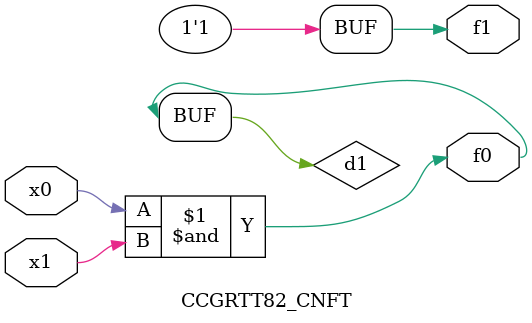
<source format=v>
module CCGRTT82_CNFT(
	input x0, x1,
	output f0, f1
);

	wire d1;

	assign f0 = d1;
	and (d1, x0, x1);
	assign f1 = 1'b1;
endmodule

</source>
